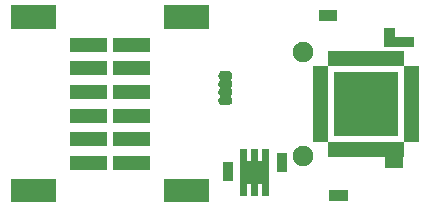
<source format=gbr>
G04 #@! TF.GenerationSoftware,KiCad,Pcbnew,5.0.0-rc2-be01b52~65~ubuntu16.04.1*
G04 #@! TF.CreationDate,2018-07-13T18:02:19-04:00*
G04 #@! TF.ProjectId,motor controller,6D6F746F7220636F6E74726F6C6C6572,rev?*
G04 #@! TF.SameCoordinates,Original*
G04 #@! TF.FileFunction,Soldermask,Top*
G04 #@! TF.FilePolarity,Negative*
%FSLAX46Y46*%
G04 Gerber Fmt 4.6, Leading zero omitted, Abs format (unit mm)*
G04 Created by KiCad (PCBNEW 5.0.0-rc2-be01b52~65~ubuntu16.04.1) date Fri Jul 13 18:02:19 2018*
%MOMM*%
%LPD*%
G01*
G04 APERTURE LIST*
%ADD10C,0.100000*%
G04 APERTURE END LIST*
D10*
G36*
X19981600Y-17351600D02*
X16178400Y-17351600D01*
X16178400Y-15348400D01*
X19981600Y-15348400D01*
X19981600Y-17351600D01*
X19981600Y-17351600D01*
G37*
G36*
X7041600Y-17351600D02*
X3238400Y-17351600D01*
X3238400Y-15348400D01*
X7041600Y-15348400D01*
X7041600Y-17351600D01*
X7041600Y-17351600D01*
G37*
G36*
X31764600Y-17190600D02*
X30211400Y-17190600D01*
X30211400Y-16337400D01*
X31764600Y-16337400D01*
X31764600Y-17190600D01*
X31764600Y-17190600D01*
G37*
G36*
X23227600Y-13817600D02*
X23228576Y-13827511D01*
X23231467Y-13837040D01*
X23236161Y-13845823D01*
X23242479Y-13853521D01*
X23250177Y-13859839D01*
X23258960Y-13864533D01*
X23268489Y-13867424D01*
X23278400Y-13868400D01*
X23523600Y-13868400D01*
X23533511Y-13867424D01*
X23543040Y-13864533D01*
X23551823Y-13859839D01*
X23559521Y-13853521D01*
X23565839Y-13845823D01*
X23570533Y-13837040D01*
X23573424Y-13827511D01*
X23574400Y-13817600D01*
X23574400Y-12843400D01*
X24177600Y-12843400D01*
X24177600Y-13817600D01*
X24178576Y-13827511D01*
X24181467Y-13837040D01*
X24186161Y-13845823D01*
X24192479Y-13853521D01*
X24200177Y-13859839D01*
X24208960Y-13864533D01*
X24218489Y-13867424D01*
X24228400Y-13868400D01*
X24473600Y-13868400D01*
X24483511Y-13867424D01*
X24493040Y-13864533D01*
X24501823Y-13859839D01*
X24509521Y-13853521D01*
X24515839Y-13845823D01*
X24520533Y-13837040D01*
X24523424Y-13827511D01*
X24524400Y-13817600D01*
X24524400Y-12843400D01*
X25127600Y-12843400D01*
X25127600Y-13896679D01*
X25118489Y-13897576D01*
X25108960Y-13900467D01*
X25100177Y-13905161D01*
X25092479Y-13911479D01*
X25086161Y-13919177D01*
X25081467Y-13927960D01*
X25078576Y-13937489D01*
X25077600Y-13947400D01*
X25077600Y-15692600D01*
X25078576Y-15702511D01*
X25081467Y-15712040D01*
X25086161Y-15720823D01*
X25092479Y-15728521D01*
X25100177Y-15734839D01*
X25108960Y-15739533D01*
X25118489Y-15742424D01*
X25127600Y-15743321D01*
X25127600Y-16796600D01*
X24524400Y-16796600D01*
X24524400Y-15822400D01*
X24523424Y-15812489D01*
X24520533Y-15802960D01*
X24515839Y-15794177D01*
X24509521Y-15786479D01*
X24501823Y-15780161D01*
X24493040Y-15775467D01*
X24483511Y-15772576D01*
X24473600Y-15771600D01*
X24228400Y-15771600D01*
X24218489Y-15772576D01*
X24208960Y-15775467D01*
X24200177Y-15780161D01*
X24192479Y-15786479D01*
X24186161Y-15794177D01*
X24181467Y-15802960D01*
X24178576Y-15812489D01*
X24177600Y-15822400D01*
X24177600Y-16796600D01*
X23574400Y-16796600D01*
X23574400Y-15822400D01*
X23573424Y-15812489D01*
X23570533Y-15802960D01*
X23565839Y-15794177D01*
X23559521Y-15786479D01*
X23551823Y-15780161D01*
X23543040Y-15775467D01*
X23533511Y-15772576D01*
X23523600Y-15771600D01*
X23278400Y-15771600D01*
X23268489Y-15772576D01*
X23258960Y-15775467D01*
X23250177Y-15780161D01*
X23242479Y-15786479D01*
X23236161Y-15794177D01*
X23231467Y-15802960D01*
X23228576Y-15812489D01*
X23227600Y-15822400D01*
X23227600Y-16796600D01*
X22624400Y-16796600D01*
X22624400Y-15743321D01*
X22633511Y-15742424D01*
X22643040Y-15739533D01*
X22651823Y-15734839D01*
X22659521Y-15728521D01*
X22665839Y-15720823D01*
X22670533Y-15712040D01*
X22673424Y-15702511D01*
X22674400Y-15692600D01*
X22674400Y-13947400D01*
X22673424Y-13937489D01*
X22670533Y-13927960D01*
X22665839Y-13919177D01*
X22659521Y-13911479D01*
X22651823Y-13905161D01*
X22643040Y-13900467D01*
X22633511Y-13897576D01*
X22624400Y-13896679D01*
X22624400Y-12843400D01*
X23227600Y-12843400D01*
X23227600Y-13817600D01*
X23227600Y-13817600D01*
G37*
G36*
X22016600Y-15508600D02*
X21163400Y-15508600D01*
X21163400Y-13955400D01*
X22016600Y-13955400D01*
X22016600Y-15508600D01*
X22016600Y-15508600D01*
G37*
G36*
X26588600Y-14746600D02*
X25735400Y-14746600D01*
X25735400Y-13193400D01*
X26588600Y-13193400D01*
X26588600Y-14746600D01*
X26588600Y-14746600D01*
G37*
G36*
X14981600Y-14601600D02*
X11878400Y-14601600D01*
X11878400Y-13398400D01*
X14981600Y-13398400D01*
X14981600Y-14601600D01*
X14981600Y-14601600D01*
G37*
G36*
X11341600Y-14601600D02*
X8238400Y-14601600D01*
X8238400Y-13398400D01*
X11341600Y-13398400D01*
X11341600Y-14601600D01*
X11341600Y-14601600D01*
G37*
G36*
X36491600Y-5747600D02*
X36492576Y-5757511D01*
X36495467Y-5767040D01*
X36500161Y-5775823D01*
X36506479Y-5783521D01*
X36514177Y-5789839D01*
X36522960Y-5794533D01*
X36532489Y-5797424D01*
X36542400Y-5798400D01*
X37766600Y-5798400D01*
X37766600Y-12201600D01*
X36542400Y-12201600D01*
X36532489Y-12202576D01*
X36522960Y-12205467D01*
X36514177Y-12210161D01*
X36506479Y-12216479D01*
X36500161Y-12224177D01*
X36495467Y-12232960D01*
X36492576Y-12242489D01*
X36491600Y-12252400D01*
X36491600Y-13479514D01*
X36488460Y-13480467D01*
X36479677Y-13485161D01*
X36471979Y-13491479D01*
X36465661Y-13499177D01*
X36460967Y-13507960D01*
X36458076Y-13517489D01*
X36457100Y-13527400D01*
X36457100Y-14396600D01*
X34903900Y-14396600D01*
X34903900Y-13527400D01*
X34902924Y-13517489D01*
X34900033Y-13507960D01*
X34895339Y-13499177D01*
X34889021Y-13491479D01*
X34881323Y-13485161D01*
X34872540Y-13480467D01*
X34863011Y-13477576D01*
X34853100Y-13476600D01*
X30088400Y-13476600D01*
X30088400Y-12252400D01*
X30087424Y-12242489D01*
X30084533Y-12232960D01*
X30079839Y-12224177D01*
X30073521Y-12216479D01*
X30065823Y-12210161D01*
X30057040Y-12205467D01*
X30047511Y-12202576D01*
X30037600Y-12201600D01*
X28813400Y-12201600D01*
X28813400Y-5827400D01*
X30066600Y-5827400D01*
X30066600Y-12172600D01*
X30067576Y-12182511D01*
X30070467Y-12192040D01*
X30075161Y-12200823D01*
X30081479Y-12208521D01*
X30089177Y-12214839D01*
X30097960Y-12219533D01*
X30107489Y-12222424D01*
X30117400Y-12223400D01*
X36462600Y-12223400D01*
X36472511Y-12222424D01*
X36482040Y-12219533D01*
X36490823Y-12214839D01*
X36498521Y-12208521D01*
X36504839Y-12200823D01*
X36509533Y-12192040D01*
X36512424Y-12182511D01*
X36513400Y-12172600D01*
X36513400Y-5827400D01*
X36512424Y-5817489D01*
X36509533Y-5807960D01*
X36504839Y-5799177D01*
X36498521Y-5791479D01*
X36490823Y-5785161D01*
X36482040Y-5780467D01*
X36472511Y-5777576D01*
X36462600Y-5776600D01*
X30117400Y-5776600D01*
X30107489Y-5777576D01*
X30097960Y-5780467D01*
X30089177Y-5785161D01*
X30081479Y-5791479D01*
X30075161Y-5799177D01*
X30070467Y-5807960D01*
X30067576Y-5817489D01*
X30066600Y-5827400D01*
X28813400Y-5827400D01*
X28813400Y-5798400D01*
X30037600Y-5798400D01*
X30047511Y-5797424D01*
X30057040Y-5794533D01*
X30065823Y-5789839D01*
X30073521Y-5783521D01*
X30079839Y-5775823D01*
X30084533Y-5767040D01*
X30087424Y-5757511D01*
X30088400Y-5747600D01*
X30088400Y-4523400D01*
X36491600Y-4523400D01*
X36491600Y-5747600D01*
X36491600Y-5747600D01*
G37*
G36*
X35991600Y-11701600D02*
X30588400Y-11701600D01*
X30588400Y-6298400D01*
X35991600Y-6298400D01*
X35991600Y-11701600D01*
X35991600Y-11701600D01*
G37*
G36*
X28251903Y-12569587D02*
X28409068Y-12634687D01*
X28550513Y-12729198D01*
X28670802Y-12849487D01*
X28765313Y-12990932D01*
X28830413Y-13148097D01*
X28863600Y-13314943D01*
X28863600Y-13485057D01*
X28830413Y-13651903D01*
X28765313Y-13809068D01*
X28670802Y-13950513D01*
X28550513Y-14070802D01*
X28409068Y-14165313D01*
X28251903Y-14230413D01*
X28085057Y-14263600D01*
X27914943Y-14263600D01*
X27748097Y-14230413D01*
X27590932Y-14165313D01*
X27449487Y-14070802D01*
X27329198Y-13950513D01*
X27234687Y-13809068D01*
X27169587Y-13651903D01*
X27136400Y-13485057D01*
X27136400Y-13314943D01*
X27169587Y-13148097D01*
X27234687Y-12990932D01*
X27329198Y-12849487D01*
X27449487Y-12729198D01*
X27590932Y-12634687D01*
X27748097Y-12569587D01*
X27914943Y-12536400D01*
X28085057Y-12536400D01*
X28251903Y-12569587D01*
X28251903Y-12569587D01*
G37*
G36*
X14981600Y-12601600D02*
X11878400Y-12601600D01*
X11878400Y-11398400D01*
X14981600Y-11398400D01*
X14981600Y-12601600D01*
X14981600Y-12601600D01*
G37*
G36*
X11341600Y-12601600D02*
X8238400Y-12601600D01*
X8238400Y-11398400D01*
X11341600Y-11398400D01*
X11341600Y-12601600D01*
X11341600Y-12601600D01*
G37*
G36*
X11341600Y-10601600D02*
X8238400Y-10601600D01*
X8238400Y-9398400D01*
X11341600Y-9398400D01*
X11341600Y-10601600D01*
X11341600Y-10601600D01*
G37*
G36*
X14981600Y-10601600D02*
X11878400Y-10601600D01*
X11878400Y-9398400D01*
X14981600Y-9398400D01*
X14981600Y-10601600D01*
X14981600Y-10601600D01*
G37*
G36*
X21678727Y-6204211D02*
X21754429Y-6227175D01*
X21824196Y-6264466D01*
X21885348Y-6314652D01*
X21935534Y-6375804D01*
X21972825Y-6445571D01*
X21995789Y-6521273D01*
X22003543Y-6600000D01*
X21995789Y-6678727D01*
X21972825Y-6754429D01*
X21935534Y-6824196D01*
X21885348Y-6885348D01*
X21854410Y-6910738D01*
X21847375Y-6917773D01*
X21841842Y-6926053D01*
X21838031Y-6935254D01*
X21836089Y-6945021D01*
X21836089Y-6954979D01*
X21838031Y-6964746D01*
X21841842Y-6973947D01*
X21847375Y-6982227D01*
X21854410Y-6989262D01*
X21885348Y-7014652D01*
X21935534Y-7075804D01*
X21972825Y-7145571D01*
X21995789Y-7221273D01*
X22003543Y-7300000D01*
X21995789Y-7378727D01*
X21972825Y-7454429D01*
X21935534Y-7524196D01*
X21885348Y-7585348D01*
X21854410Y-7610738D01*
X21847375Y-7617773D01*
X21841842Y-7626053D01*
X21838031Y-7635254D01*
X21836089Y-7645021D01*
X21836089Y-7654979D01*
X21838031Y-7664746D01*
X21841842Y-7673947D01*
X21847375Y-7682227D01*
X21854410Y-7689262D01*
X21885348Y-7714652D01*
X21935534Y-7775804D01*
X21972825Y-7845571D01*
X21995789Y-7921273D01*
X22003543Y-8000000D01*
X21995789Y-8078727D01*
X21972825Y-8154429D01*
X21935534Y-8224196D01*
X21885348Y-8285348D01*
X21854410Y-8310738D01*
X21847375Y-8317773D01*
X21841842Y-8326053D01*
X21838031Y-8335254D01*
X21836089Y-8345021D01*
X21836089Y-8354979D01*
X21838031Y-8364746D01*
X21841842Y-8373947D01*
X21847375Y-8382227D01*
X21854410Y-8389262D01*
X21885348Y-8414652D01*
X21935534Y-8475804D01*
X21972825Y-8545571D01*
X21995789Y-8621273D01*
X22003543Y-8700000D01*
X21995789Y-8778727D01*
X21972825Y-8854429D01*
X21935534Y-8924196D01*
X21885348Y-8985348D01*
X21824196Y-9035534D01*
X21754429Y-9072825D01*
X21678727Y-9095789D01*
X21619727Y-9101600D01*
X21180273Y-9101600D01*
X21121273Y-9095789D01*
X21045571Y-9072825D01*
X20975804Y-9035534D01*
X20914652Y-8985348D01*
X20864466Y-8924196D01*
X20827175Y-8854429D01*
X20804211Y-8778727D01*
X20796457Y-8700000D01*
X20804211Y-8621273D01*
X20827175Y-8545571D01*
X20864466Y-8475804D01*
X20914652Y-8414652D01*
X20945590Y-8389262D01*
X20952625Y-8382227D01*
X20958158Y-8373947D01*
X20961969Y-8364746D01*
X20963911Y-8354979D01*
X20963911Y-8345021D01*
X20961969Y-8335254D01*
X20958158Y-8326053D01*
X20952625Y-8317773D01*
X20945590Y-8310738D01*
X20914652Y-8285348D01*
X20864466Y-8224196D01*
X20827175Y-8154429D01*
X20804211Y-8078727D01*
X20796457Y-8000000D01*
X20804211Y-7921273D01*
X20827175Y-7845571D01*
X20864466Y-7775804D01*
X20914652Y-7714652D01*
X20945590Y-7689262D01*
X20952625Y-7682227D01*
X20958158Y-7673947D01*
X20961969Y-7664746D01*
X20963911Y-7654979D01*
X20963911Y-7645021D01*
X20961969Y-7635254D01*
X20958158Y-7626053D01*
X20952625Y-7617773D01*
X20945590Y-7610738D01*
X20914652Y-7585348D01*
X20864466Y-7524196D01*
X20827175Y-7454429D01*
X20804211Y-7378727D01*
X20796457Y-7300000D01*
X20804211Y-7221273D01*
X20827175Y-7145571D01*
X20864466Y-7075804D01*
X20914652Y-7014652D01*
X20945590Y-6989262D01*
X20952625Y-6982227D01*
X20958158Y-6973947D01*
X20961969Y-6964746D01*
X20963911Y-6954979D01*
X20963911Y-6945021D01*
X20961969Y-6935254D01*
X20958158Y-6926053D01*
X20952625Y-6917773D01*
X20945590Y-6910738D01*
X20914652Y-6885348D01*
X20864466Y-6824196D01*
X20827175Y-6754429D01*
X20804211Y-6678727D01*
X20796457Y-6600000D01*
X20804211Y-6521273D01*
X20827175Y-6445571D01*
X20864466Y-6375804D01*
X20914652Y-6314652D01*
X20975804Y-6264466D01*
X21045571Y-6227175D01*
X21121273Y-6204211D01*
X21180273Y-6198400D01*
X21619727Y-6198400D01*
X21678727Y-6204211D01*
X21678727Y-6204211D01*
G37*
G36*
X11341600Y-8601600D02*
X8238400Y-8601600D01*
X8238400Y-7398400D01*
X11341600Y-7398400D01*
X11341600Y-8601600D01*
X11341600Y-8601600D01*
G37*
G36*
X14981600Y-8601600D02*
X11878400Y-8601600D01*
X11878400Y-7398400D01*
X14981600Y-7398400D01*
X14981600Y-8601600D01*
X14981600Y-8601600D01*
G37*
G36*
X11341600Y-6601600D02*
X8238400Y-6601600D01*
X8238400Y-5398400D01*
X11341600Y-5398400D01*
X11341600Y-6601600D01*
X11341600Y-6601600D01*
G37*
G36*
X14981600Y-6601600D02*
X11878400Y-6601600D01*
X11878400Y-5398400D01*
X14981600Y-5398400D01*
X14981600Y-6601600D01*
X14981600Y-6601600D01*
G37*
G36*
X28251903Y-3769587D02*
X28409068Y-3834687D01*
X28550513Y-3929198D01*
X28670802Y-4049487D01*
X28765313Y-4190932D01*
X28830413Y-4348097D01*
X28863600Y-4514943D01*
X28863600Y-4685057D01*
X28830413Y-4851903D01*
X28765313Y-5009068D01*
X28670802Y-5150513D01*
X28550513Y-5270802D01*
X28409068Y-5365313D01*
X28251903Y-5430413D01*
X28085057Y-5463600D01*
X27914943Y-5463600D01*
X27748097Y-5430413D01*
X27590932Y-5365313D01*
X27449487Y-5270802D01*
X27329198Y-5150513D01*
X27234687Y-5009068D01*
X27169587Y-4851903D01*
X27136400Y-4685057D01*
X27136400Y-4514943D01*
X27169587Y-4348097D01*
X27234687Y-4190932D01*
X27329198Y-4049487D01*
X27449487Y-3929198D01*
X27590932Y-3834687D01*
X27748097Y-3769587D01*
X27914943Y-3736400D01*
X28085057Y-3736400D01*
X28251903Y-3769587D01*
X28251903Y-3769587D01*
G37*
G36*
X11341600Y-4601600D02*
X8238400Y-4601600D01*
X8238400Y-3398400D01*
X11341600Y-3398400D01*
X11341600Y-4601600D01*
X11341600Y-4601600D01*
G37*
G36*
X14981600Y-4601600D02*
X11878400Y-4601600D01*
X11878400Y-3398400D01*
X14981600Y-3398400D01*
X14981600Y-4601600D01*
X14981600Y-4601600D01*
G37*
G36*
X35726600Y-3322600D02*
X35727576Y-3332511D01*
X35730467Y-3342040D01*
X35735161Y-3350823D01*
X35741479Y-3358521D01*
X35749177Y-3364839D01*
X35757960Y-3369533D01*
X35767489Y-3372424D01*
X35777400Y-3373400D01*
X37364100Y-3373400D01*
X37364100Y-4226600D01*
X35810900Y-4226600D01*
X35810900Y-4214900D01*
X35809924Y-4204989D01*
X35807033Y-4195460D01*
X35802339Y-4186677D01*
X35796021Y-4178979D01*
X35788323Y-4172661D01*
X35779540Y-4167967D01*
X35770011Y-4165076D01*
X35760100Y-4164100D01*
X34873400Y-4164100D01*
X34873400Y-2610900D01*
X35726600Y-2610900D01*
X35726600Y-3322600D01*
X35726600Y-3322600D01*
G37*
G36*
X7041600Y-2651600D02*
X3238400Y-2651600D01*
X3238400Y-648400D01*
X7041600Y-648400D01*
X7041600Y-2651600D01*
X7041600Y-2651600D01*
G37*
G36*
X19981600Y-2651600D02*
X16178400Y-2651600D01*
X16178400Y-648400D01*
X19981600Y-648400D01*
X19981600Y-2651600D01*
X19981600Y-2651600D01*
G37*
G36*
X30882100Y-1950600D02*
X29328900Y-1950600D01*
X29328900Y-1097400D01*
X30882100Y-1097400D01*
X30882100Y-1950600D01*
X30882100Y-1950600D01*
G37*
M02*

</source>
